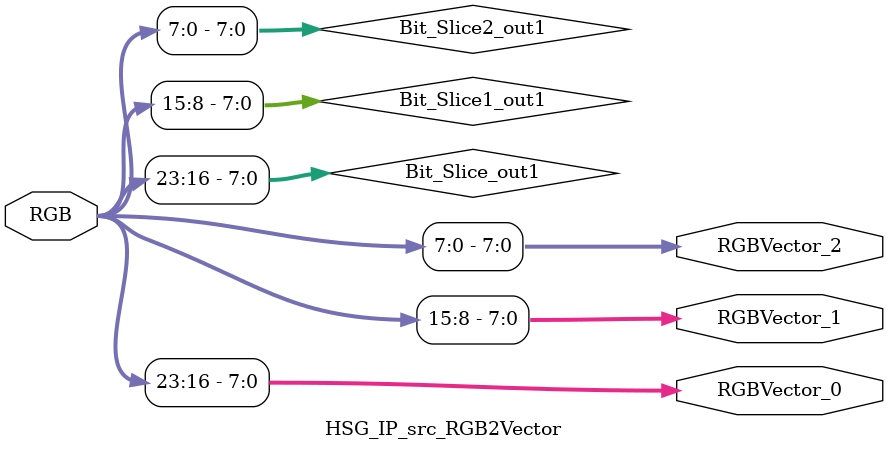
<source format=v>



`timescale 1 ns / 1 ns

module HSG_IP_src_RGB2Vector
          (RGB,
           RGBVector_0,
           RGBVector_1,
           RGBVector_2);


  input   [31:0] RGB;  // uint32
  output  [7:0] RGBVector_0;  // uint8
  output  [7:0] RGBVector_1;  // uint8
  output  [7:0] RGBVector_2;  // uint8

  wire [7:0] Bit_Slice_out1;  // uint8
  wire [7:0] Bit_Slice1_out1;  // uint8
  wire [7:0] Bit_Slice2_out1;  // uint8

  // RGB represented in
  // 32'hFFRRGGBB


  assign Bit_Slice_out1 = RGB[23:16];



  assign RGBVector_0 = Bit_Slice_out1;

  assign Bit_Slice1_out1 = RGB[15:8];



  assign RGBVector_1 = Bit_Slice1_out1;

  assign Bit_Slice2_out1 = RGB[7:0];



  assign RGBVector_2 = Bit_Slice2_out1;

endmodule  // HSG_IP_src_RGB2Vector


</source>
